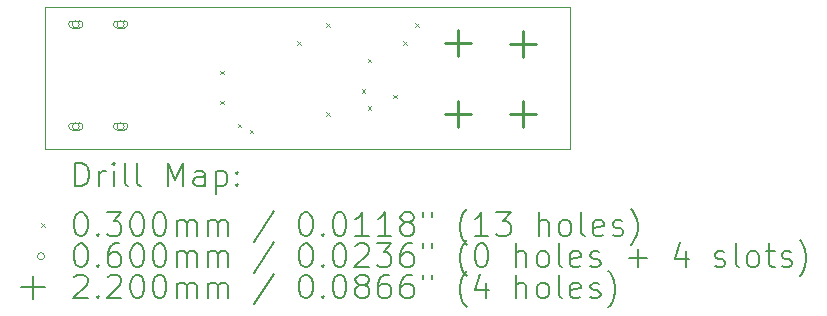
<source format=gbr>
%TF.GenerationSoftware,KiCad,Pcbnew,8.0.6*%
%TF.CreationDate,2025-04-05T03:11:44-05:00*%
%TF.ProjectId,battery protection board,62617474-6572-4792-9070-726f74656374,rev?*%
%TF.SameCoordinates,Original*%
%TF.FileFunction,Drillmap*%
%TF.FilePolarity,Positive*%
%FSLAX45Y45*%
G04 Gerber Fmt 4.5, Leading zero omitted, Abs format (unit mm)*
G04 Created by KiCad (PCBNEW 8.0.6) date 2025-04-05 03:11:44*
%MOMM*%
%LPD*%
G01*
G04 APERTURE LIST*
%ADD10C,0.050000*%
%ADD11C,0.200000*%
%ADD12C,0.100000*%
%ADD13C,0.220000*%
G04 APERTURE END LIST*
D10*
X13300000Y-8950000D02*
X17750000Y-8950000D01*
X17750000Y-10150000D01*
X13300000Y-10150000D01*
X13300000Y-8950000D01*
D11*
D12*
X14785000Y-9485000D02*
X14815000Y-9515000D01*
X14815000Y-9485000D02*
X14785000Y-9515000D01*
X14785000Y-9739000D02*
X14815000Y-9769000D01*
X14815000Y-9739000D02*
X14785000Y-9769000D01*
X14935000Y-9935000D02*
X14965000Y-9965000D01*
X14965000Y-9935000D02*
X14935000Y-9965000D01*
X15035000Y-9985000D02*
X15065000Y-10015000D01*
X15065000Y-9985000D02*
X15035000Y-10015000D01*
X15435000Y-9235000D02*
X15465000Y-9265000D01*
X15465000Y-9235000D02*
X15435000Y-9265000D01*
X15685000Y-9085000D02*
X15715000Y-9115000D01*
X15715000Y-9085000D02*
X15685000Y-9115000D01*
X15685000Y-9835000D02*
X15715000Y-9865000D01*
X15715000Y-9835000D02*
X15685000Y-9865000D01*
X15985000Y-9640000D02*
X16015000Y-9670000D01*
X16015000Y-9640000D02*
X15985000Y-9670000D01*
X16035000Y-9385000D02*
X16065000Y-9415000D01*
X16065000Y-9385000D02*
X16035000Y-9415000D01*
X16035000Y-9785000D02*
X16065000Y-9815000D01*
X16065000Y-9785000D02*
X16035000Y-9815000D01*
X16252250Y-9687500D02*
X16282250Y-9717500D01*
X16282250Y-9687500D02*
X16252250Y-9717500D01*
X16335000Y-9235000D02*
X16365000Y-9265000D01*
X16365000Y-9235000D02*
X16335000Y-9265000D01*
X16435000Y-9085000D02*
X16465000Y-9115000D01*
X16465000Y-9085000D02*
X16435000Y-9115000D01*
X13592000Y-9093000D02*
G75*
G02*
X13532000Y-9093000I-30000J0D01*
G01*
X13532000Y-9093000D02*
G75*
G02*
X13592000Y-9093000I30000J0D01*
G01*
X13592000Y-9063000D02*
X13532000Y-9063000D01*
X13532000Y-9123000D02*
G75*
G02*
X13532000Y-9063000I0J30000D01*
G01*
X13532000Y-9123000D02*
X13592000Y-9123000D01*
X13592000Y-9123000D02*
G75*
G03*
X13592000Y-9063000I0J30000D01*
G01*
X13592000Y-9957000D02*
G75*
G02*
X13532000Y-9957000I-30000J0D01*
G01*
X13532000Y-9957000D02*
G75*
G02*
X13592000Y-9957000I30000J0D01*
G01*
X13592000Y-9927000D02*
X13532000Y-9927000D01*
X13532000Y-9987000D02*
G75*
G02*
X13532000Y-9927000I0J30000D01*
G01*
X13532000Y-9987000D02*
X13592000Y-9987000D01*
X13592000Y-9987000D02*
G75*
G03*
X13592000Y-9927000I0J30000D01*
G01*
X13972000Y-9093000D02*
G75*
G02*
X13912000Y-9093000I-30000J0D01*
G01*
X13912000Y-9093000D02*
G75*
G02*
X13972000Y-9093000I30000J0D01*
G01*
X13972000Y-9063000D02*
X13912000Y-9063000D01*
X13912000Y-9123000D02*
G75*
G02*
X13912000Y-9063000I0J30000D01*
G01*
X13912000Y-9123000D02*
X13972000Y-9123000D01*
X13972000Y-9123000D02*
G75*
G03*
X13972000Y-9063000I0J30000D01*
G01*
X13972000Y-9957000D02*
G75*
G02*
X13912000Y-9957000I-30000J0D01*
G01*
X13912000Y-9957000D02*
G75*
G02*
X13972000Y-9957000I30000J0D01*
G01*
X13972000Y-9927000D02*
X13912000Y-9927000D01*
X13912000Y-9987000D02*
G75*
G02*
X13912000Y-9927000I0J30000D01*
G01*
X13912000Y-9987000D02*
X13972000Y-9987000D01*
X13972000Y-9987000D02*
G75*
G03*
X13972000Y-9927000I0J30000D01*
G01*
D13*
X16800000Y-9140000D02*
X16800000Y-9360000D01*
X16690000Y-9250000D02*
X16910000Y-9250000D01*
X16800000Y-9740000D02*
X16800000Y-9960000D01*
X16690000Y-9850000D02*
X16910000Y-9850000D01*
X17350000Y-9145000D02*
X17350000Y-9365000D01*
X17240000Y-9255000D02*
X17460000Y-9255000D01*
X17350000Y-9740000D02*
X17350000Y-9960000D01*
X17240000Y-9850000D02*
X17460000Y-9850000D01*
D11*
X13558277Y-10463984D02*
X13558277Y-10263984D01*
X13558277Y-10263984D02*
X13605896Y-10263984D01*
X13605896Y-10263984D02*
X13634467Y-10273508D01*
X13634467Y-10273508D02*
X13653515Y-10292555D01*
X13653515Y-10292555D02*
X13663039Y-10311603D01*
X13663039Y-10311603D02*
X13672562Y-10349698D01*
X13672562Y-10349698D02*
X13672562Y-10378270D01*
X13672562Y-10378270D02*
X13663039Y-10416365D01*
X13663039Y-10416365D02*
X13653515Y-10435412D01*
X13653515Y-10435412D02*
X13634467Y-10454460D01*
X13634467Y-10454460D02*
X13605896Y-10463984D01*
X13605896Y-10463984D02*
X13558277Y-10463984D01*
X13758277Y-10463984D02*
X13758277Y-10330650D01*
X13758277Y-10368746D02*
X13767801Y-10349698D01*
X13767801Y-10349698D02*
X13777324Y-10340174D01*
X13777324Y-10340174D02*
X13796372Y-10330650D01*
X13796372Y-10330650D02*
X13815420Y-10330650D01*
X13882086Y-10463984D02*
X13882086Y-10330650D01*
X13882086Y-10263984D02*
X13872562Y-10273508D01*
X13872562Y-10273508D02*
X13882086Y-10283031D01*
X13882086Y-10283031D02*
X13891610Y-10273508D01*
X13891610Y-10273508D02*
X13882086Y-10263984D01*
X13882086Y-10263984D02*
X13882086Y-10283031D01*
X14005896Y-10463984D02*
X13986848Y-10454460D01*
X13986848Y-10454460D02*
X13977324Y-10435412D01*
X13977324Y-10435412D02*
X13977324Y-10263984D01*
X14110658Y-10463984D02*
X14091610Y-10454460D01*
X14091610Y-10454460D02*
X14082086Y-10435412D01*
X14082086Y-10435412D02*
X14082086Y-10263984D01*
X14339229Y-10463984D02*
X14339229Y-10263984D01*
X14339229Y-10263984D02*
X14405896Y-10406841D01*
X14405896Y-10406841D02*
X14472562Y-10263984D01*
X14472562Y-10263984D02*
X14472562Y-10463984D01*
X14653515Y-10463984D02*
X14653515Y-10359222D01*
X14653515Y-10359222D02*
X14643991Y-10340174D01*
X14643991Y-10340174D02*
X14624943Y-10330650D01*
X14624943Y-10330650D02*
X14586848Y-10330650D01*
X14586848Y-10330650D02*
X14567801Y-10340174D01*
X14653515Y-10454460D02*
X14634467Y-10463984D01*
X14634467Y-10463984D02*
X14586848Y-10463984D01*
X14586848Y-10463984D02*
X14567801Y-10454460D01*
X14567801Y-10454460D02*
X14558277Y-10435412D01*
X14558277Y-10435412D02*
X14558277Y-10416365D01*
X14558277Y-10416365D02*
X14567801Y-10397317D01*
X14567801Y-10397317D02*
X14586848Y-10387793D01*
X14586848Y-10387793D02*
X14634467Y-10387793D01*
X14634467Y-10387793D02*
X14653515Y-10378270D01*
X14748753Y-10330650D02*
X14748753Y-10530650D01*
X14748753Y-10340174D02*
X14767801Y-10330650D01*
X14767801Y-10330650D02*
X14805896Y-10330650D01*
X14805896Y-10330650D02*
X14824943Y-10340174D01*
X14824943Y-10340174D02*
X14834467Y-10349698D01*
X14834467Y-10349698D02*
X14843991Y-10368746D01*
X14843991Y-10368746D02*
X14843991Y-10425889D01*
X14843991Y-10425889D02*
X14834467Y-10444936D01*
X14834467Y-10444936D02*
X14824943Y-10454460D01*
X14824943Y-10454460D02*
X14805896Y-10463984D01*
X14805896Y-10463984D02*
X14767801Y-10463984D01*
X14767801Y-10463984D02*
X14748753Y-10454460D01*
X14929705Y-10444936D02*
X14939229Y-10454460D01*
X14939229Y-10454460D02*
X14929705Y-10463984D01*
X14929705Y-10463984D02*
X14920182Y-10454460D01*
X14920182Y-10454460D02*
X14929705Y-10444936D01*
X14929705Y-10444936D02*
X14929705Y-10463984D01*
X14929705Y-10340174D02*
X14939229Y-10349698D01*
X14939229Y-10349698D02*
X14929705Y-10359222D01*
X14929705Y-10359222D02*
X14920182Y-10349698D01*
X14920182Y-10349698D02*
X14929705Y-10340174D01*
X14929705Y-10340174D02*
X14929705Y-10359222D01*
D12*
X13267500Y-10777500D02*
X13297500Y-10807500D01*
X13297500Y-10777500D02*
X13267500Y-10807500D01*
D11*
X13596372Y-10683984D02*
X13615420Y-10683984D01*
X13615420Y-10683984D02*
X13634467Y-10693508D01*
X13634467Y-10693508D02*
X13643991Y-10703031D01*
X13643991Y-10703031D02*
X13653515Y-10722079D01*
X13653515Y-10722079D02*
X13663039Y-10760174D01*
X13663039Y-10760174D02*
X13663039Y-10807793D01*
X13663039Y-10807793D02*
X13653515Y-10845889D01*
X13653515Y-10845889D02*
X13643991Y-10864936D01*
X13643991Y-10864936D02*
X13634467Y-10874460D01*
X13634467Y-10874460D02*
X13615420Y-10883984D01*
X13615420Y-10883984D02*
X13596372Y-10883984D01*
X13596372Y-10883984D02*
X13577324Y-10874460D01*
X13577324Y-10874460D02*
X13567801Y-10864936D01*
X13567801Y-10864936D02*
X13558277Y-10845889D01*
X13558277Y-10845889D02*
X13548753Y-10807793D01*
X13548753Y-10807793D02*
X13548753Y-10760174D01*
X13548753Y-10760174D02*
X13558277Y-10722079D01*
X13558277Y-10722079D02*
X13567801Y-10703031D01*
X13567801Y-10703031D02*
X13577324Y-10693508D01*
X13577324Y-10693508D02*
X13596372Y-10683984D01*
X13748753Y-10864936D02*
X13758277Y-10874460D01*
X13758277Y-10874460D02*
X13748753Y-10883984D01*
X13748753Y-10883984D02*
X13739229Y-10874460D01*
X13739229Y-10874460D02*
X13748753Y-10864936D01*
X13748753Y-10864936D02*
X13748753Y-10883984D01*
X13824943Y-10683984D02*
X13948753Y-10683984D01*
X13948753Y-10683984D02*
X13882086Y-10760174D01*
X13882086Y-10760174D02*
X13910658Y-10760174D01*
X13910658Y-10760174D02*
X13929705Y-10769698D01*
X13929705Y-10769698D02*
X13939229Y-10779222D01*
X13939229Y-10779222D02*
X13948753Y-10798270D01*
X13948753Y-10798270D02*
X13948753Y-10845889D01*
X13948753Y-10845889D02*
X13939229Y-10864936D01*
X13939229Y-10864936D02*
X13929705Y-10874460D01*
X13929705Y-10874460D02*
X13910658Y-10883984D01*
X13910658Y-10883984D02*
X13853515Y-10883984D01*
X13853515Y-10883984D02*
X13834467Y-10874460D01*
X13834467Y-10874460D02*
X13824943Y-10864936D01*
X14072562Y-10683984D02*
X14091610Y-10683984D01*
X14091610Y-10683984D02*
X14110658Y-10693508D01*
X14110658Y-10693508D02*
X14120182Y-10703031D01*
X14120182Y-10703031D02*
X14129705Y-10722079D01*
X14129705Y-10722079D02*
X14139229Y-10760174D01*
X14139229Y-10760174D02*
X14139229Y-10807793D01*
X14139229Y-10807793D02*
X14129705Y-10845889D01*
X14129705Y-10845889D02*
X14120182Y-10864936D01*
X14120182Y-10864936D02*
X14110658Y-10874460D01*
X14110658Y-10874460D02*
X14091610Y-10883984D01*
X14091610Y-10883984D02*
X14072562Y-10883984D01*
X14072562Y-10883984D02*
X14053515Y-10874460D01*
X14053515Y-10874460D02*
X14043991Y-10864936D01*
X14043991Y-10864936D02*
X14034467Y-10845889D01*
X14034467Y-10845889D02*
X14024943Y-10807793D01*
X14024943Y-10807793D02*
X14024943Y-10760174D01*
X14024943Y-10760174D02*
X14034467Y-10722079D01*
X14034467Y-10722079D02*
X14043991Y-10703031D01*
X14043991Y-10703031D02*
X14053515Y-10693508D01*
X14053515Y-10693508D02*
X14072562Y-10683984D01*
X14263039Y-10683984D02*
X14282086Y-10683984D01*
X14282086Y-10683984D02*
X14301134Y-10693508D01*
X14301134Y-10693508D02*
X14310658Y-10703031D01*
X14310658Y-10703031D02*
X14320182Y-10722079D01*
X14320182Y-10722079D02*
X14329705Y-10760174D01*
X14329705Y-10760174D02*
X14329705Y-10807793D01*
X14329705Y-10807793D02*
X14320182Y-10845889D01*
X14320182Y-10845889D02*
X14310658Y-10864936D01*
X14310658Y-10864936D02*
X14301134Y-10874460D01*
X14301134Y-10874460D02*
X14282086Y-10883984D01*
X14282086Y-10883984D02*
X14263039Y-10883984D01*
X14263039Y-10883984D02*
X14243991Y-10874460D01*
X14243991Y-10874460D02*
X14234467Y-10864936D01*
X14234467Y-10864936D02*
X14224943Y-10845889D01*
X14224943Y-10845889D02*
X14215420Y-10807793D01*
X14215420Y-10807793D02*
X14215420Y-10760174D01*
X14215420Y-10760174D02*
X14224943Y-10722079D01*
X14224943Y-10722079D02*
X14234467Y-10703031D01*
X14234467Y-10703031D02*
X14243991Y-10693508D01*
X14243991Y-10693508D02*
X14263039Y-10683984D01*
X14415420Y-10883984D02*
X14415420Y-10750650D01*
X14415420Y-10769698D02*
X14424943Y-10760174D01*
X14424943Y-10760174D02*
X14443991Y-10750650D01*
X14443991Y-10750650D02*
X14472563Y-10750650D01*
X14472563Y-10750650D02*
X14491610Y-10760174D01*
X14491610Y-10760174D02*
X14501134Y-10779222D01*
X14501134Y-10779222D02*
X14501134Y-10883984D01*
X14501134Y-10779222D02*
X14510658Y-10760174D01*
X14510658Y-10760174D02*
X14529705Y-10750650D01*
X14529705Y-10750650D02*
X14558277Y-10750650D01*
X14558277Y-10750650D02*
X14577324Y-10760174D01*
X14577324Y-10760174D02*
X14586848Y-10779222D01*
X14586848Y-10779222D02*
X14586848Y-10883984D01*
X14682086Y-10883984D02*
X14682086Y-10750650D01*
X14682086Y-10769698D02*
X14691610Y-10760174D01*
X14691610Y-10760174D02*
X14710658Y-10750650D01*
X14710658Y-10750650D02*
X14739229Y-10750650D01*
X14739229Y-10750650D02*
X14758277Y-10760174D01*
X14758277Y-10760174D02*
X14767801Y-10779222D01*
X14767801Y-10779222D02*
X14767801Y-10883984D01*
X14767801Y-10779222D02*
X14777324Y-10760174D01*
X14777324Y-10760174D02*
X14796372Y-10750650D01*
X14796372Y-10750650D02*
X14824943Y-10750650D01*
X14824943Y-10750650D02*
X14843991Y-10760174D01*
X14843991Y-10760174D02*
X14853515Y-10779222D01*
X14853515Y-10779222D02*
X14853515Y-10883984D01*
X15243991Y-10674460D02*
X15072563Y-10931603D01*
X15501134Y-10683984D02*
X15520182Y-10683984D01*
X15520182Y-10683984D02*
X15539229Y-10693508D01*
X15539229Y-10693508D02*
X15548753Y-10703031D01*
X15548753Y-10703031D02*
X15558277Y-10722079D01*
X15558277Y-10722079D02*
X15567801Y-10760174D01*
X15567801Y-10760174D02*
X15567801Y-10807793D01*
X15567801Y-10807793D02*
X15558277Y-10845889D01*
X15558277Y-10845889D02*
X15548753Y-10864936D01*
X15548753Y-10864936D02*
X15539229Y-10874460D01*
X15539229Y-10874460D02*
X15520182Y-10883984D01*
X15520182Y-10883984D02*
X15501134Y-10883984D01*
X15501134Y-10883984D02*
X15482086Y-10874460D01*
X15482086Y-10874460D02*
X15472563Y-10864936D01*
X15472563Y-10864936D02*
X15463039Y-10845889D01*
X15463039Y-10845889D02*
X15453515Y-10807793D01*
X15453515Y-10807793D02*
X15453515Y-10760174D01*
X15453515Y-10760174D02*
X15463039Y-10722079D01*
X15463039Y-10722079D02*
X15472563Y-10703031D01*
X15472563Y-10703031D02*
X15482086Y-10693508D01*
X15482086Y-10693508D02*
X15501134Y-10683984D01*
X15653515Y-10864936D02*
X15663039Y-10874460D01*
X15663039Y-10874460D02*
X15653515Y-10883984D01*
X15653515Y-10883984D02*
X15643991Y-10874460D01*
X15643991Y-10874460D02*
X15653515Y-10864936D01*
X15653515Y-10864936D02*
X15653515Y-10883984D01*
X15786848Y-10683984D02*
X15805896Y-10683984D01*
X15805896Y-10683984D02*
X15824944Y-10693508D01*
X15824944Y-10693508D02*
X15834467Y-10703031D01*
X15834467Y-10703031D02*
X15843991Y-10722079D01*
X15843991Y-10722079D02*
X15853515Y-10760174D01*
X15853515Y-10760174D02*
X15853515Y-10807793D01*
X15853515Y-10807793D02*
X15843991Y-10845889D01*
X15843991Y-10845889D02*
X15834467Y-10864936D01*
X15834467Y-10864936D02*
X15824944Y-10874460D01*
X15824944Y-10874460D02*
X15805896Y-10883984D01*
X15805896Y-10883984D02*
X15786848Y-10883984D01*
X15786848Y-10883984D02*
X15767801Y-10874460D01*
X15767801Y-10874460D02*
X15758277Y-10864936D01*
X15758277Y-10864936D02*
X15748753Y-10845889D01*
X15748753Y-10845889D02*
X15739229Y-10807793D01*
X15739229Y-10807793D02*
X15739229Y-10760174D01*
X15739229Y-10760174D02*
X15748753Y-10722079D01*
X15748753Y-10722079D02*
X15758277Y-10703031D01*
X15758277Y-10703031D02*
X15767801Y-10693508D01*
X15767801Y-10693508D02*
X15786848Y-10683984D01*
X16043991Y-10883984D02*
X15929706Y-10883984D01*
X15986848Y-10883984D02*
X15986848Y-10683984D01*
X15986848Y-10683984D02*
X15967801Y-10712555D01*
X15967801Y-10712555D02*
X15948753Y-10731603D01*
X15948753Y-10731603D02*
X15929706Y-10741127D01*
X16234467Y-10883984D02*
X16120182Y-10883984D01*
X16177325Y-10883984D02*
X16177325Y-10683984D01*
X16177325Y-10683984D02*
X16158277Y-10712555D01*
X16158277Y-10712555D02*
X16139229Y-10731603D01*
X16139229Y-10731603D02*
X16120182Y-10741127D01*
X16348753Y-10769698D02*
X16329706Y-10760174D01*
X16329706Y-10760174D02*
X16320182Y-10750650D01*
X16320182Y-10750650D02*
X16310658Y-10731603D01*
X16310658Y-10731603D02*
X16310658Y-10722079D01*
X16310658Y-10722079D02*
X16320182Y-10703031D01*
X16320182Y-10703031D02*
X16329706Y-10693508D01*
X16329706Y-10693508D02*
X16348753Y-10683984D01*
X16348753Y-10683984D02*
X16386848Y-10683984D01*
X16386848Y-10683984D02*
X16405896Y-10693508D01*
X16405896Y-10693508D02*
X16415420Y-10703031D01*
X16415420Y-10703031D02*
X16424944Y-10722079D01*
X16424944Y-10722079D02*
X16424944Y-10731603D01*
X16424944Y-10731603D02*
X16415420Y-10750650D01*
X16415420Y-10750650D02*
X16405896Y-10760174D01*
X16405896Y-10760174D02*
X16386848Y-10769698D01*
X16386848Y-10769698D02*
X16348753Y-10769698D01*
X16348753Y-10769698D02*
X16329706Y-10779222D01*
X16329706Y-10779222D02*
X16320182Y-10788746D01*
X16320182Y-10788746D02*
X16310658Y-10807793D01*
X16310658Y-10807793D02*
X16310658Y-10845889D01*
X16310658Y-10845889D02*
X16320182Y-10864936D01*
X16320182Y-10864936D02*
X16329706Y-10874460D01*
X16329706Y-10874460D02*
X16348753Y-10883984D01*
X16348753Y-10883984D02*
X16386848Y-10883984D01*
X16386848Y-10883984D02*
X16405896Y-10874460D01*
X16405896Y-10874460D02*
X16415420Y-10864936D01*
X16415420Y-10864936D02*
X16424944Y-10845889D01*
X16424944Y-10845889D02*
X16424944Y-10807793D01*
X16424944Y-10807793D02*
X16415420Y-10788746D01*
X16415420Y-10788746D02*
X16405896Y-10779222D01*
X16405896Y-10779222D02*
X16386848Y-10769698D01*
X16501134Y-10683984D02*
X16501134Y-10722079D01*
X16577325Y-10683984D02*
X16577325Y-10722079D01*
X16872563Y-10960174D02*
X16863039Y-10950650D01*
X16863039Y-10950650D02*
X16843991Y-10922079D01*
X16843991Y-10922079D02*
X16834468Y-10903031D01*
X16834468Y-10903031D02*
X16824944Y-10874460D01*
X16824944Y-10874460D02*
X16815420Y-10826841D01*
X16815420Y-10826841D02*
X16815420Y-10788746D01*
X16815420Y-10788746D02*
X16824944Y-10741127D01*
X16824944Y-10741127D02*
X16834468Y-10712555D01*
X16834468Y-10712555D02*
X16843991Y-10693508D01*
X16843991Y-10693508D02*
X16863039Y-10664936D01*
X16863039Y-10664936D02*
X16872563Y-10655412D01*
X17053515Y-10883984D02*
X16939230Y-10883984D01*
X16996372Y-10883984D02*
X16996372Y-10683984D01*
X16996372Y-10683984D02*
X16977325Y-10712555D01*
X16977325Y-10712555D02*
X16958277Y-10731603D01*
X16958277Y-10731603D02*
X16939230Y-10741127D01*
X17120182Y-10683984D02*
X17243991Y-10683984D01*
X17243991Y-10683984D02*
X17177325Y-10760174D01*
X17177325Y-10760174D02*
X17205896Y-10760174D01*
X17205896Y-10760174D02*
X17224944Y-10769698D01*
X17224944Y-10769698D02*
X17234468Y-10779222D01*
X17234468Y-10779222D02*
X17243991Y-10798270D01*
X17243991Y-10798270D02*
X17243991Y-10845889D01*
X17243991Y-10845889D02*
X17234468Y-10864936D01*
X17234468Y-10864936D02*
X17224944Y-10874460D01*
X17224944Y-10874460D02*
X17205896Y-10883984D01*
X17205896Y-10883984D02*
X17148753Y-10883984D01*
X17148753Y-10883984D02*
X17129706Y-10874460D01*
X17129706Y-10874460D02*
X17120182Y-10864936D01*
X17482087Y-10883984D02*
X17482087Y-10683984D01*
X17567801Y-10883984D02*
X17567801Y-10779222D01*
X17567801Y-10779222D02*
X17558277Y-10760174D01*
X17558277Y-10760174D02*
X17539230Y-10750650D01*
X17539230Y-10750650D02*
X17510658Y-10750650D01*
X17510658Y-10750650D02*
X17491611Y-10760174D01*
X17491611Y-10760174D02*
X17482087Y-10769698D01*
X17691611Y-10883984D02*
X17672563Y-10874460D01*
X17672563Y-10874460D02*
X17663039Y-10864936D01*
X17663039Y-10864936D02*
X17653515Y-10845889D01*
X17653515Y-10845889D02*
X17653515Y-10788746D01*
X17653515Y-10788746D02*
X17663039Y-10769698D01*
X17663039Y-10769698D02*
X17672563Y-10760174D01*
X17672563Y-10760174D02*
X17691611Y-10750650D01*
X17691611Y-10750650D02*
X17720182Y-10750650D01*
X17720182Y-10750650D02*
X17739230Y-10760174D01*
X17739230Y-10760174D02*
X17748753Y-10769698D01*
X17748753Y-10769698D02*
X17758277Y-10788746D01*
X17758277Y-10788746D02*
X17758277Y-10845889D01*
X17758277Y-10845889D02*
X17748753Y-10864936D01*
X17748753Y-10864936D02*
X17739230Y-10874460D01*
X17739230Y-10874460D02*
X17720182Y-10883984D01*
X17720182Y-10883984D02*
X17691611Y-10883984D01*
X17872563Y-10883984D02*
X17853515Y-10874460D01*
X17853515Y-10874460D02*
X17843992Y-10855412D01*
X17843992Y-10855412D02*
X17843992Y-10683984D01*
X18024944Y-10874460D02*
X18005896Y-10883984D01*
X18005896Y-10883984D02*
X17967801Y-10883984D01*
X17967801Y-10883984D02*
X17948753Y-10874460D01*
X17948753Y-10874460D02*
X17939230Y-10855412D01*
X17939230Y-10855412D02*
X17939230Y-10779222D01*
X17939230Y-10779222D02*
X17948753Y-10760174D01*
X17948753Y-10760174D02*
X17967801Y-10750650D01*
X17967801Y-10750650D02*
X18005896Y-10750650D01*
X18005896Y-10750650D02*
X18024944Y-10760174D01*
X18024944Y-10760174D02*
X18034468Y-10779222D01*
X18034468Y-10779222D02*
X18034468Y-10798270D01*
X18034468Y-10798270D02*
X17939230Y-10817317D01*
X18110658Y-10874460D02*
X18129706Y-10883984D01*
X18129706Y-10883984D02*
X18167801Y-10883984D01*
X18167801Y-10883984D02*
X18186849Y-10874460D01*
X18186849Y-10874460D02*
X18196373Y-10855412D01*
X18196373Y-10855412D02*
X18196373Y-10845889D01*
X18196373Y-10845889D02*
X18186849Y-10826841D01*
X18186849Y-10826841D02*
X18167801Y-10817317D01*
X18167801Y-10817317D02*
X18139230Y-10817317D01*
X18139230Y-10817317D02*
X18120182Y-10807793D01*
X18120182Y-10807793D02*
X18110658Y-10788746D01*
X18110658Y-10788746D02*
X18110658Y-10779222D01*
X18110658Y-10779222D02*
X18120182Y-10760174D01*
X18120182Y-10760174D02*
X18139230Y-10750650D01*
X18139230Y-10750650D02*
X18167801Y-10750650D01*
X18167801Y-10750650D02*
X18186849Y-10760174D01*
X18263039Y-10960174D02*
X18272563Y-10950650D01*
X18272563Y-10950650D02*
X18291611Y-10922079D01*
X18291611Y-10922079D02*
X18301134Y-10903031D01*
X18301134Y-10903031D02*
X18310658Y-10874460D01*
X18310658Y-10874460D02*
X18320182Y-10826841D01*
X18320182Y-10826841D02*
X18320182Y-10788746D01*
X18320182Y-10788746D02*
X18310658Y-10741127D01*
X18310658Y-10741127D02*
X18301134Y-10712555D01*
X18301134Y-10712555D02*
X18291611Y-10693508D01*
X18291611Y-10693508D02*
X18272563Y-10664936D01*
X18272563Y-10664936D02*
X18263039Y-10655412D01*
D12*
X13297500Y-11056500D02*
G75*
G02*
X13237500Y-11056500I-30000J0D01*
G01*
X13237500Y-11056500D02*
G75*
G02*
X13297500Y-11056500I30000J0D01*
G01*
D11*
X13596372Y-10947984D02*
X13615420Y-10947984D01*
X13615420Y-10947984D02*
X13634467Y-10957508D01*
X13634467Y-10957508D02*
X13643991Y-10967031D01*
X13643991Y-10967031D02*
X13653515Y-10986079D01*
X13653515Y-10986079D02*
X13663039Y-11024174D01*
X13663039Y-11024174D02*
X13663039Y-11071793D01*
X13663039Y-11071793D02*
X13653515Y-11109889D01*
X13653515Y-11109889D02*
X13643991Y-11128936D01*
X13643991Y-11128936D02*
X13634467Y-11138460D01*
X13634467Y-11138460D02*
X13615420Y-11147984D01*
X13615420Y-11147984D02*
X13596372Y-11147984D01*
X13596372Y-11147984D02*
X13577324Y-11138460D01*
X13577324Y-11138460D02*
X13567801Y-11128936D01*
X13567801Y-11128936D02*
X13558277Y-11109889D01*
X13558277Y-11109889D02*
X13548753Y-11071793D01*
X13548753Y-11071793D02*
X13548753Y-11024174D01*
X13548753Y-11024174D02*
X13558277Y-10986079D01*
X13558277Y-10986079D02*
X13567801Y-10967031D01*
X13567801Y-10967031D02*
X13577324Y-10957508D01*
X13577324Y-10957508D02*
X13596372Y-10947984D01*
X13748753Y-11128936D02*
X13758277Y-11138460D01*
X13758277Y-11138460D02*
X13748753Y-11147984D01*
X13748753Y-11147984D02*
X13739229Y-11138460D01*
X13739229Y-11138460D02*
X13748753Y-11128936D01*
X13748753Y-11128936D02*
X13748753Y-11147984D01*
X13929705Y-10947984D02*
X13891610Y-10947984D01*
X13891610Y-10947984D02*
X13872562Y-10957508D01*
X13872562Y-10957508D02*
X13863039Y-10967031D01*
X13863039Y-10967031D02*
X13843991Y-10995603D01*
X13843991Y-10995603D02*
X13834467Y-11033698D01*
X13834467Y-11033698D02*
X13834467Y-11109889D01*
X13834467Y-11109889D02*
X13843991Y-11128936D01*
X13843991Y-11128936D02*
X13853515Y-11138460D01*
X13853515Y-11138460D02*
X13872562Y-11147984D01*
X13872562Y-11147984D02*
X13910658Y-11147984D01*
X13910658Y-11147984D02*
X13929705Y-11138460D01*
X13929705Y-11138460D02*
X13939229Y-11128936D01*
X13939229Y-11128936D02*
X13948753Y-11109889D01*
X13948753Y-11109889D02*
X13948753Y-11062270D01*
X13948753Y-11062270D02*
X13939229Y-11043222D01*
X13939229Y-11043222D02*
X13929705Y-11033698D01*
X13929705Y-11033698D02*
X13910658Y-11024174D01*
X13910658Y-11024174D02*
X13872562Y-11024174D01*
X13872562Y-11024174D02*
X13853515Y-11033698D01*
X13853515Y-11033698D02*
X13843991Y-11043222D01*
X13843991Y-11043222D02*
X13834467Y-11062270D01*
X14072562Y-10947984D02*
X14091610Y-10947984D01*
X14091610Y-10947984D02*
X14110658Y-10957508D01*
X14110658Y-10957508D02*
X14120182Y-10967031D01*
X14120182Y-10967031D02*
X14129705Y-10986079D01*
X14129705Y-10986079D02*
X14139229Y-11024174D01*
X14139229Y-11024174D02*
X14139229Y-11071793D01*
X14139229Y-11071793D02*
X14129705Y-11109889D01*
X14129705Y-11109889D02*
X14120182Y-11128936D01*
X14120182Y-11128936D02*
X14110658Y-11138460D01*
X14110658Y-11138460D02*
X14091610Y-11147984D01*
X14091610Y-11147984D02*
X14072562Y-11147984D01*
X14072562Y-11147984D02*
X14053515Y-11138460D01*
X14053515Y-11138460D02*
X14043991Y-11128936D01*
X14043991Y-11128936D02*
X14034467Y-11109889D01*
X14034467Y-11109889D02*
X14024943Y-11071793D01*
X14024943Y-11071793D02*
X14024943Y-11024174D01*
X14024943Y-11024174D02*
X14034467Y-10986079D01*
X14034467Y-10986079D02*
X14043991Y-10967031D01*
X14043991Y-10967031D02*
X14053515Y-10957508D01*
X14053515Y-10957508D02*
X14072562Y-10947984D01*
X14263039Y-10947984D02*
X14282086Y-10947984D01*
X14282086Y-10947984D02*
X14301134Y-10957508D01*
X14301134Y-10957508D02*
X14310658Y-10967031D01*
X14310658Y-10967031D02*
X14320182Y-10986079D01*
X14320182Y-10986079D02*
X14329705Y-11024174D01*
X14329705Y-11024174D02*
X14329705Y-11071793D01*
X14329705Y-11071793D02*
X14320182Y-11109889D01*
X14320182Y-11109889D02*
X14310658Y-11128936D01*
X14310658Y-11128936D02*
X14301134Y-11138460D01*
X14301134Y-11138460D02*
X14282086Y-11147984D01*
X14282086Y-11147984D02*
X14263039Y-11147984D01*
X14263039Y-11147984D02*
X14243991Y-11138460D01*
X14243991Y-11138460D02*
X14234467Y-11128936D01*
X14234467Y-11128936D02*
X14224943Y-11109889D01*
X14224943Y-11109889D02*
X14215420Y-11071793D01*
X14215420Y-11071793D02*
X14215420Y-11024174D01*
X14215420Y-11024174D02*
X14224943Y-10986079D01*
X14224943Y-10986079D02*
X14234467Y-10967031D01*
X14234467Y-10967031D02*
X14243991Y-10957508D01*
X14243991Y-10957508D02*
X14263039Y-10947984D01*
X14415420Y-11147984D02*
X14415420Y-11014650D01*
X14415420Y-11033698D02*
X14424943Y-11024174D01*
X14424943Y-11024174D02*
X14443991Y-11014650D01*
X14443991Y-11014650D02*
X14472563Y-11014650D01*
X14472563Y-11014650D02*
X14491610Y-11024174D01*
X14491610Y-11024174D02*
X14501134Y-11043222D01*
X14501134Y-11043222D02*
X14501134Y-11147984D01*
X14501134Y-11043222D02*
X14510658Y-11024174D01*
X14510658Y-11024174D02*
X14529705Y-11014650D01*
X14529705Y-11014650D02*
X14558277Y-11014650D01*
X14558277Y-11014650D02*
X14577324Y-11024174D01*
X14577324Y-11024174D02*
X14586848Y-11043222D01*
X14586848Y-11043222D02*
X14586848Y-11147984D01*
X14682086Y-11147984D02*
X14682086Y-11014650D01*
X14682086Y-11033698D02*
X14691610Y-11024174D01*
X14691610Y-11024174D02*
X14710658Y-11014650D01*
X14710658Y-11014650D02*
X14739229Y-11014650D01*
X14739229Y-11014650D02*
X14758277Y-11024174D01*
X14758277Y-11024174D02*
X14767801Y-11043222D01*
X14767801Y-11043222D02*
X14767801Y-11147984D01*
X14767801Y-11043222D02*
X14777324Y-11024174D01*
X14777324Y-11024174D02*
X14796372Y-11014650D01*
X14796372Y-11014650D02*
X14824943Y-11014650D01*
X14824943Y-11014650D02*
X14843991Y-11024174D01*
X14843991Y-11024174D02*
X14853515Y-11043222D01*
X14853515Y-11043222D02*
X14853515Y-11147984D01*
X15243991Y-10938460D02*
X15072563Y-11195603D01*
X15501134Y-10947984D02*
X15520182Y-10947984D01*
X15520182Y-10947984D02*
X15539229Y-10957508D01*
X15539229Y-10957508D02*
X15548753Y-10967031D01*
X15548753Y-10967031D02*
X15558277Y-10986079D01*
X15558277Y-10986079D02*
X15567801Y-11024174D01*
X15567801Y-11024174D02*
X15567801Y-11071793D01*
X15567801Y-11071793D02*
X15558277Y-11109889D01*
X15558277Y-11109889D02*
X15548753Y-11128936D01*
X15548753Y-11128936D02*
X15539229Y-11138460D01*
X15539229Y-11138460D02*
X15520182Y-11147984D01*
X15520182Y-11147984D02*
X15501134Y-11147984D01*
X15501134Y-11147984D02*
X15482086Y-11138460D01*
X15482086Y-11138460D02*
X15472563Y-11128936D01*
X15472563Y-11128936D02*
X15463039Y-11109889D01*
X15463039Y-11109889D02*
X15453515Y-11071793D01*
X15453515Y-11071793D02*
X15453515Y-11024174D01*
X15453515Y-11024174D02*
X15463039Y-10986079D01*
X15463039Y-10986079D02*
X15472563Y-10967031D01*
X15472563Y-10967031D02*
X15482086Y-10957508D01*
X15482086Y-10957508D02*
X15501134Y-10947984D01*
X15653515Y-11128936D02*
X15663039Y-11138460D01*
X15663039Y-11138460D02*
X15653515Y-11147984D01*
X15653515Y-11147984D02*
X15643991Y-11138460D01*
X15643991Y-11138460D02*
X15653515Y-11128936D01*
X15653515Y-11128936D02*
X15653515Y-11147984D01*
X15786848Y-10947984D02*
X15805896Y-10947984D01*
X15805896Y-10947984D02*
X15824944Y-10957508D01*
X15824944Y-10957508D02*
X15834467Y-10967031D01*
X15834467Y-10967031D02*
X15843991Y-10986079D01*
X15843991Y-10986079D02*
X15853515Y-11024174D01*
X15853515Y-11024174D02*
X15853515Y-11071793D01*
X15853515Y-11071793D02*
X15843991Y-11109889D01*
X15843991Y-11109889D02*
X15834467Y-11128936D01*
X15834467Y-11128936D02*
X15824944Y-11138460D01*
X15824944Y-11138460D02*
X15805896Y-11147984D01*
X15805896Y-11147984D02*
X15786848Y-11147984D01*
X15786848Y-11147984D02*
X15767801Y-11138460D01*
X15767801Y-11138460D02*
X15758277Y-11128936D01*
X15758277Y-11128936D02*
X15748753Y-11109889D01*
X15748753Y-11109889D02*
X15739229Y-11071793D01*
X15739229Y-11071793D02*
X15739229Y-11024174D01*
X15739229Y-11024174D02*
X15748753Y-10986079D01*
X15748753Y-10986079D02*
X15758277Y-10967031D01*
X15758277Y-10967031D02*
X15767801Y-10957508D01*
X15767801Y-10957508D02*
X15786848Y-10947984D01*
X15929706Y-10967031D02*
X15939229Y-10957508D01*
X15939229Y-10957508D02*
X15958277Y-10947984D01*
X15958277Y-10947984D02*
X16005896Y-10947984D01*
X16005896Y-10947984D02*
X16024944Y-10957508D01*
X16024944Y-10957508D02*
X16034467Y-10967031D01*
X16034467Y-10967031D02*
X16043991Y-10986079D01*
X16043991Y-10986079D02*
X16043991Y-11005127D01*
X16043991Y-11005127D02*
X16034467Y-11033698D01*
X16034467Y-11033698D02*
X15920182Y-11147984D01*
X15920182Y-11147984D02*
X16043991Y-11147984D01*
X16110658Y-10947984D02*
X16234467Y-10947984D01*
X16234467Y-10947984D02*
X16167801Y-11024174D01*
X16167801Y-11024174D02*
X16196372Y-11024174D01*
X16196372Y-11024174D02*
X16215420Y-11033698D01*
X16215420Y-11033698D02*
X16224944Y-11043222D01*
X16224944Y-11043222D02*
X16234467Y-11062270D01*
X16234467Y-11062270D02*
X16234467Y-11109889D01*
X16234467Y-11109889D02*
X16224944Y-11128936D01*
X16224944Y-11128936D02*
X16215420Y-11138460D01*
X16215420Y-11138460D02*
X16196372Y-11147984D01*
X16196372Y-11147984D02*
X16139229Y-11147984D01*
X16139229Y-11147984D02*
X16120182Y-11138460D01*
X16120182Y-11138460D02*
X16110658Y-11128936D01*
X16405896Y-10947984D02*
X16367801Y-10947984D01*
X16367801Y-10947984D02*
X16348753Y-10957508D01*
X16348753Y-10957508D02*
X16339229Y-10967031D01*
X16339229Y-10967031D02*
X16320182Y-10995603D01*
X16320182Y-10995603D02*
X16310658Y-11033698D01*
X16310658Y-11033698D02*
X16310658Y-11109889D01*
X16310658Y-11109889D02*
X16320182Y-11128936D01*
X16320182Y-11128936D02*
X16329706Y-11138460D01*
X16329706Y-11138460D02*
X16348753Y-11147984D01*
X16348753Y-11147984D02*
X16386848Y-11147984D01*
X16386848Y-11147984D02*
X16405896Y-11138460D01*
X16405896Y-11138460D02*
X16415420Y-11128936D01*
X16415420Y-11128936D02*
X16424944Y-11109889D01*
X16424944Y-11109889D02*
X16424944Y-11062270D01*
X16424944Y-11062270D02*
X16415420Y-11043222D01*
X16415420Y-11043222D02*
X16405896Y-11033698D01*
X16405896Y-11033698D02*
X16386848Y-11024174D01*
X16386848Y-11024174D02*
X16348753Y-11024174D01*
X16348753Y-11024174D02*
X16329706Y-11033698D01*
X16329706Y-11033698D02*
X16320182Y-11043222D01*
X16320182Y-11043222D02*
X16310658Y-11062270D01*
X16501134Y-10947984D02*
X16501134Y-10986079D01*
X16577325Y-10947984D02*
X16577325Y-10986079D01*
X16872563Y-11224174D02*
X16863039Y-11214650D01*
X16863039Y-11214650D02*
X16843991Y-11186079D01*
X16843991Y-11186079D02*
X16834468Y-11167031D01*
X16834468Y-11167031D02*
X16824944Y-11138460D01*
X16824944Y-11138460D02*
X16815420Y-11090841D01*
X16815420Y-11090841D02*
X16815420Y-11052746D01*
X16815420Y-11052746D02*
X16824944Y-11005127D01*
X16824944Y-11005127D02*
X16834468Y-10976555D01*
X16834468Y-10976555D02*
X16843991Y-10957508D01*
X16843991Y-10957508D02*
X16863039Y-10928936D01*
X16863039Y-10928936D02*
X16872563Y-10919412D01*
X16986849Y-10947984D02*
X17005896Y-10947984D01*
X17005896Y-10947984D02*
X17024944Y-10957508D01*
X17024944Y-10957508D02*
X17034468Y-10967031D01*
X17034468Y-10967031D02*
X17043991Y-10986079D01*
X17043991Y-10986079D02*
X17053515Y-11024174D01*
X17053515Y-11024174D02*
X17053515Y-11071793D01*
X17053515Y-11071793D02*
X17043991Y-11109889D01*
X17043991Y-11109889D02*
X17034468Y-11128936D01*
X17034468Y-11128936D02*
X17024944Y-11138460D01*
X17024944Y-11138460D02*
X17005896Y-11147984D01*
X17005896Y-11147984D02*
X16986849Y-11147984D01*
X16986849Y-11147984D02*
X16967801Y-11138460D01*
X16967801Y-11138460D02*
X16958277Y-11128936D01*
X16958277Y-11128936D02*
X16948753Y-11109889D01*
X16948753Y-11109889D02*
X16939230Y-11071793D01*
X16939230Y-11071793D02*
X16939230Y-11024174D01*
X16939230Y-11024174D02*
X16948753Y-10986079D01*
X16948753Y-10986079D02*
X16958277Y-10967031D01*
X16958277Y-10967031D02*
X16967801Y-10957508D01*
X16967801Y-10957508D02*
X16986849Y-10947984D01*
X17291611Y-11147984D02*
X17291611Y-10947984D01*
X17377325Y-11147984D02*
X17377325Y-11043222D01*
X17377325Y-11043222D02*
X17367801Y-11024174D01*
X17367801Y-11024174D02*
X17348753Y-11014650D01*
X17348753Y-11014650D02*
X17320182Y-11014650D01*
X17320182Y-11014650D02*
X17301134Y-11024174D01*
X17301134Y-11024174D02*
X17291611Y-11033698D01*
X17501134Y-11147984D02*
X17482087Y-11138460D01*
X17482087Y-11138460D02*
X17472563Y-11128936D01*
X17472563Y-11128936D02*
X17463039Y-11109889D01*
X17463039Y-11109889D02*
X17463039Y-11052746D01*
X17463039Y-11052746D02*
X17472563Y-11033698D01*
X17472563Y-11033698D02*
X17482087Y-11024174D01*
X17482087Y-11024174D02*
X17501134Y-11014650D01*
X17501134Y-11014650D02*
X17529706Y-11014650D01*
X17529706Y-11014650D02*
X17548753Y-11024174D01*
X17548753Y-11024174D02*
X17558277Y-11033698D01*
X17558277Y-11033698D02*
X17567801Y-11052746D01*
X17567801Y-11052746D02*
X17567801Y-11109889D01*
X17567801Y-11109889D02*
X17558277Y-11128936D01*
X17558277Y-11128936D02*
X17548753Y-11138460D01*
X17548753Y-11138460D02*
X17529706Y-11147984D01*
X17529706Y-11147984D02*
X17501134Y-11147984D01*
X17682087Y-11147984D02*
X17663039Y-11138460D01*
X17663039Y-11138460D02*
X17653515Y-11119412D01*
X17653515Y-11119412D02*
X17653515Y-10947984D01*
X17834468Y-11138460D02*
X17815420Y-11147984D01*
X17815420Y-11147984D02*
X17777325Y-11147984D01*
X17777325Y-11147984D02*
X17758277Y-11138460D01*
X17758277Y-11138460D02*
X17748753Y-11119412D01*
X17748753Y-11119412D02*
X17748753Y-11043222D01*
X17748753Y-11043222D02*
X17758277Y-11024174D01*
X17758277Y-11024174D02*
X17777325Y-11014650D01*
X17777325Y-11014650D02*
X17815420Y-11014650D01*
X17815420Y-11014650D02*
X17834468Y-11024174D01*
X17834468Y-11024174D02*
X17843992Y-11043222D01*
X17843992Y-11043222D02*
X17843992Y-11062270D01*
X17843992Y-11062270D02*
X17748753Y-11081317D01*
X17920182Y-11138460D02*
X17939230Y-11147984D01*
X17939230Y-11147984D02*
X17977325Y-11147984D01*
X17977325Y-11147984D02*
X17996373Y-11138460D01*
X17996373Y-11138460D02*
X18005896Y-11119412D01*
X18005896Y-11119412D02*
X18005896Y-11109889D01*
X18005896Y-11109889D02*
X17996373Y-11090841D01*
X17996373Y-11090841D02*
X17977325Y-11081317D01*
X17977325Y-11081317D02*
X17948753Y-11081317D01*
X17948753Y-11081317D02*
X17929706Y-11071793D01*
X17929706Y-11071793D02*
X17920182Y-11052746D01*
X17920182Y-11052746D02*
X17920182Y-11043222D01*
X17920182Y-11043222D02*
X17929706Y-11024174D01*
X17929706Y-11024174D02*
X17948753Y-11014650D01*
X17948753Y-11014650D02*
X17977325Y-11014650D01*
X17977325Y-11014650D02*
X17996373Y-11024174D01*
X18243992Y-11071793D02*
X18396373Y-11071793D01*
X18320182Y-11147984D02*
X18320182Y-10995603D01*
X18729706Y-11014650D02*
X18729706Y-11147984D01*
X18682087Y-10938460D02*
X18634468Y-11081317D01*
X18634468Y-11081317D02*
X18758277Y-11081317D01*
X18977325Y-11138460D02*
X18996373Y-11147984D01*
X18996373Y-11147984D02*
X19034468Y-11147984D01*
X19034468Y-11147984D02*
X19053516Y-11138460D01*
X19053516Y-11138460D02*
X19063039Y-11119412D01*
X19063039Y-11119412D02*
X19063039Y-11109889D01*
X19063039Y-11109889D02*
X19053516Y-11090841D01*
X19053516Y-11090841D02*
X19034468Y-11081317D01*
X19034468Y-11081317D02*
X19005896Y-11081317D01*
X19005896Y-11081317D02*
X18986849Y-11071793D01*
X18986849Y-11071793D02*
X18977325Y-11052746D01*
X18977325Y-11052746D02*
X18977325Y-11043222D01*
X18977325Y-11043222D02*
X18986849Y-11024174D01*
X18986849Y-11024174D02*
X19005896Y-11014650D01*
X19005896Y-11014650D02*
X19034468Y-11014650D01*
X19034468Y-11014650D02*
X19053516Y-11024174D01*
X19177325Y-11147984D02*
X19158277Y-11138460D01*
X19158277Y-11138460D02*
X19148754Y-11119412D01*
X19148754Y-11119412D02*
X19148754Y-10947984D01*
X19282087Y-11147984D02*
X19263039Y-11138460D01*
X19263039Y-11138460D02*
X19253516Y-11128936D01*
X19253516Y-11128936D02*
X19243992Y-11109889D01*
X19243992Y-11109889D02*
X19243992Y-11052746D01*
X19243992Y-11052746D02*
X19253516Y-11033698D01*
X19253516Y-11033698D02*
X19263039Y-11024174D01*
X19263039Y-11024174D02*
X19282087Y-11014650D01*
X19282087Y-11014650D02*
X19310658Y-11014650D01*
X19310658Y-11014650D02*
X19329706Y-11024174D01*
X19329706Y-11024174D02*
X19339230Y-11033698D01*
X19339230Y-11033698D02*
X19348754Y-11052746D01*
X19348754Y-11052746D02*
X19348754Y-11109889D01*
X19348754Y-11109889D02*
X19339230Y-11128936D01*
X19339230Y-11128936D02*
X19329706Y-11138460D01*
X19329706Y-11138460D02*
X19310658Y-11147984D01*
X19310658Y-11147984D02*
X19282087Y-11147984D01*
X19405897Y-11014650D02*
X19482087Y-11014650D01*
X19434468Y-10947984D02*
X19434468Y-11119412D01*
X19434468Y-11119412D02*
X19443992Y-11138460D01*
X19443992Y-11138460D02*
X19463039Y-11147984D01*
X19463039Y-11147984D02*
X19482087Y-11147984D01*
X19539230Y-11138460D02*
X19558277Y-11147984D01*
X19558277Y-11147984D02*
X19596373Y-11147984D01*
X19596373Y-11147984D02*
X19615420Y-11138460D01*
X19615420Y-11138460D02*
X19624944Y-11119412D01*
X19624944Y-11119412D02*
X19624944Y-11109889D01*
X19624944Y-11109889D02*
X19615420Y-11090841D01*
X19615420Y-11090841D02*
X19596373Y-11081317D01*
X19596373Y-11081317D02*
X19567801Y-11081317D01*
X19567801Y-11081317D02*
X19548754Y-11071793D01*
X19548754Y-11071793D02*
X19539230Y-11052746D01*
X19539230Y-11052746D02*
X19539230Y-11043222D01*
X19539230Y-11043222D02*
X19548754Y-11024174D01*
X19548754Y-11024174D02*
X19567801Y-11014650D01*
X19567801Y-11014650D02*
X19596373Y-11014650D01*
X19596373Y-11014650D02*
X19615420Y-11024174D01*
X19691611Y-11224174D02*
X19701135Y-11214650D01*
X19701135Y-11214650D02*
X19720182Y-11186079D01*
X19720182Y-11186079D02*
X19729706Y-11167031D01*
X19729706Y-11167031D02*
X19739230Y-11138460D01*
X19739230Y-11138460D02*
X19748754Y-11090841D01*
X19748754Y-11090841D02*
X19748754Y-11052746D01*
X19748754Y-11052746D02*
X19739230Y-11005127D01*
X19739230Y-11005127D02*
X19729706Y-10976555D01*
X19729706Y-10976555D02*
X19720182Y-10957508D01*
X19720182Y-10957508D02*
X19701135Y-10928936D01*
X19701135Y-10928936D02*
X19691611Y-10919412D01*
X13197500Y-11220500D02*
X13197500Y-11420500D01*
X13097500Y-11320500D02*
X13297500Y-11320500D01*
X13548753Y-11231031D02*
X13558277Y-11221508D01*
X13558277Y-11221508D02*
X13577324Y-11211984D01*
X13577324Y-11211984D02*
X13624943Y-11211984D01*
X13624943Y-11211984D02*
X13643991Y-11221508D01*
X13643991Y-11221508D02*
X13653515Y-11231031D01*
X13653515Y-11231031D02*
X13663039Y-11250079D01*
X13663039Y-11250079D02*
X13663039Y-11269127D01*
X13663039Y-11269127D02*
X13653515Y-11297698D01*
X13653515Y-11297698D02*
X13539229Y-11411984D01*
X13539229Y-11411984D02*
X13663039Y-11411984D01*
X13748753Y-11392936D02*
X13758277Y-11402460D01*
X13758277Y-11402460D02*
X13748753Y-11411984D01*
X13748753Y-11411984D02*
X13739229Y-11402460D01*
X13739229Y-11402460D02*
X13748753Y-11392936D01*
X13748753Y-11392936D02*
X13748753Y-11411984D01*
X13834467Y-11231031D02*
X13843991Y-11221508D01*
X13843991Y-11221508D02*
X13863039Y-11211984D01*
X13863039Y-11211984D02*
X13910658Y-11211984D01*
X13910658Y-11211984D02*
X13929705Y-11221508D01*
X13929705Y-11221508D02*
X13939229Y-11231031D01*
X13939229Y-11231031D02*
X13948753Y-11250079D01*
X13948753Y-11250079D02*
X13948753Y-11269127D01*
X13948753Y-11269127D02*
X13939229Y-11297698D01*
X13939229Y-11297698D02*
X13824943Y-11411984D01*
X13824943Y-11411984D02*
X13948753Y-11411984D01*
X14072562Y-11211984D02*
X14091610Y-11211984D01*
X14091610Y-11211984D02*
X14110658Y-11221508D01*
X14110658Y-11221508D02*
X14120182Y-11231031D01*
X14120182Y-11231031D02*
X14129705Y-11250079D01*
X14129705Y-11250079D02*
X14139229Y-11288174D01*
X14139229Y-11288174D02*
X14139229Y-11335793D01*
X14139229Y-11335793D02*
X14129705Y-11373888D01*
X14129705Y-11373888D02*
X14120182Y-11392936D01*
X14120182Y-11392936D02*
X14110658Y-11402460D01*
X14110658Y-11402460D02*
X14091610Y-11411984D01*
X14091610Y-11411984D02*
X14072562Y-11411984D01*
X14072562Y-11411984D02*
X14053515Y-11402460D01*
X14053515Y-11402460D02*
X14043991Y-11392936D01*
X14043991Y-11392936D02*
X14034467Y-11373888D01*
X14034467Y-11373888D02*
X14024943Y-11335793D01*
X14024943Y-11335793D02*
X14024943Y-11288174D01*
X14024943Y-11288174D02*
X14034467Y-11250079D01*
X14034467Y-11250079D02*
X14043991Y-11231031D01*
X14043991Y-11231031D02*
X14053515Y-11221508D01*
X14053515Y-11221508D02*
X14072562Y-11211984D01*
X14263039Y-11211984D02*
X14282086Y-11211984D01*
X14282086Y-11211984D02*
X14301134Y-11221508D01*
X14301134Y-11221508D02*
X14310658Y-11231031D01*
X14310658Y-11231031D02*
X14320182Y-11250079D01*
X14320182Y-11250079D02*
X14329705Y-11288174D01*
X14329705Y-11288174D02*
X14329705Y-11335793D01*
X14329705Y-11335793D02*
X14320182Y-11373888D01*
X14320182Y-11373888D02*
X14310658Y-11392936D01*
X14310658Y-11392936D02*
X14301134Y-11402460D01*
X14301134Y-11402460D02*
X14282086Y-11411984D01*
X14282086Y-11411984D02*
X14263039Y-11411984D01*
X14263039Y-11411984D02*
X14243991Y-11402460D01*
X14243991Y-11402460D02*
X14234467Y-11392936D01*
X14234467Y-11392936D02*
X14224943Y-11373888D01*
X14224943Y-11373888D02*
X14215420Y-11335793D01*
X14215420Y-11335793D02*
X14215420Y-11288174D01*
X14215420Y-11288174D02*
X14224943Y-11250079D01*
X14224943Y-11250079D02*
X14234467Y-11231031D01*
X14234467Y-11231031D02*
X14243991Y-11221508D01*
X14243991Y-11221508D02*
X14263039Y-11211984D01*
X14415420Y-11411984D02*
X14415420Y-11278650D01*
X14415420Y-11297698D02*
X14424943Y-11288174D01*
X14424943Y-11288174D02*
X14443991Y-11278650D01*
X14443991Y-11278650D02*
X14472563Y-11278650D01*
X14472563Y-11278650D02*
X14491610Y-11288174D01*
X14491610Y-11288174D02*
X14501134Y-11307222D01*
X14501134Y-11307222D02*
X14501134Y-11411984D01*
X14501134Y-11307222D02*
X14510658Y-11288174D01*
X14510658Y-11288174D02*
X14529705Y-11278650D01*
X14529705Y-11278650D02*
X14558277Y-11278650D01*
X14558277Y-11278650D02*
X14577324Y-11288174D01*
X14577324Y-11288174D02*
X14586848Y-11307222D01*
X14586848Y-11307222D02*
X14586848Y-11411984D01*
X14682086Y-11411984D02*
X14682086Y-11278650D01*
X14682086Y-11297698D02*
X14691610Y-11288174D01*
X14691610Y-11288174D02*
X14710658Y-11278650D01*
X14710658Y-11278650D02*
X14739229Y-11278650D01*
X14739229Y-11278650D02*
X14758277Y-11288174D01*
X14758277Y-11288174D02*
X14767801Y-11307222D01*
X14767801Y-11307222D02*
X14767801Y-11411984D01*
X14767801Y-11307222D02*
X14777324Y-11288174D01*
X14777324Y-11288174D02*
X14796372Y-11278650D01*
X14796372Y-11278650D02*
X14824943Y-11278650D01*
X14824943Y-11278650D02*
X14843991Y-11288174D01*
X14843991Y-11288174D02*
X14853515Y-11307222D01*
X14853515Y-11307222D02*
X14853515Y-11411984D01*
X15243991Y-11202460D02*
X15072563Y-11459603D01*
X15501134Y-11211984D02*
X15520182Y-11211984D01*
X15520182Y-11211984D02*
X15539229Y-11221508D01*
X15539229Y-11221508D02*
X15548753Y-11231031D01*
X15548753Y-11231031D02*
X15558277Y-11250079D01*
X15558277Y-11250079D02*
X15567801Y-11288174D01*
X15567801Y-11288174D02*
X15567801Y-11335793D01*
X15567801Y-11335793D02*
X15558277Y-11373888D01*
X15558277Y-11373888D02*
X15548753Y-11392936D01*
X15548753Y-11392936D02*
X15539229Y-11402460D01*
X15539229Y-11402460D02*
X15520182Y-11411984D01*
X15520182Y-11411984D02*
X15501134Y-11411984D01*
X15501134Y-11411984D02*
X15482086Y-11402460D01*
X15482086Y-11402460D02*
X15472563Y-11392936D01*
X15472563Y-11392936D02*
X15463039Y-11373888D01*
X15463039Y-11373888D02*
X15453515Y-11335793D01*
X15453515Y-11335793D02*
X15453515Y-11288174D01*
X15453515Y-11288174D02*
X15463039Y-11250079D01*
X15463039Y-11250079D02*
X15472563Y-11231031D01*
X15472563Y-11231031D02*
X15482086Y-11221508D01*
X15482086Y-11221508D02*
X15501134Y-11211984D01*
X15653515Y-11392936D02*
X15663039Y-11402460D01*
X15663039Y-11402460D02*
X15653515Y-11411984D01*
X15653515Y-11411984D02*
X15643991Y-11402460D01*
X15643991Y-11402460D02*
X15653515Y-11392936D01*
X15653515Y-11392936D02*
X15653515Y-11411984D01*
X15786848Y-11211984D02*
X15805896Y-11211984D01*
X15805896Y-11211984D02*
X15824944Y-11221508D01*
X15824944Y-11221508D02*
X15834467Y-11231031D01*
X15834467Y-11231031D02*
X15843991Y-11250079D01*
X15843991Y-11250079D02*
X15853515Y-11288174D01*
X15853515Y-11288174D02*
X15853515Y-11335793D01*
X15853515Y-11335793D02*
X15843991Y-11373888D01*
X15843991Y-11373888D02*
X15834467Y-11392936D01*
X15834467Y-11392936D02*
X15824944Y-11402460D01*
X15824944Y-11402460D02*
X15805896Y-11411984D01*
X15805896Y-11411984D02*
X15786848Y-11411984D01*
X15786848Y-11411984D02*
X15767801Y-11402460D01*
X15767801Y-11402460D02*
X15758277Y-11392936D01*
X15758277Y-11392936D02*
X15748753Y-11373888D01*
X15748753Y-11373888D02*
X15739229Y-11335793D01*
X15739229Y-11335793D02*
X15739229Y-11288174D01*
X15739229Y-11288174D02*
X15748753Y-11250079D01*
X15748753Y-11250079D02*
X15758277Y-11231031D01*
X15758277Y-11231031D02*
X15767801Y-11221508D01*
X15767801Y-11221508D02*
X15786848Y-11211984D01*
X15967801Y-11297698D02*
X15948753Y-11288174D01*
X15948753Y-11288174D02*
X15939229Y-11278650D01*
X15939229Y-11278650D02*
X15929706Y-11259603D01*
X15929706Y-11259603D02*
X15929706Y-11250079D01*
X15929706Y-11250079D02*
X15939229Y-11231031D01*
X15939229Y-11231031D02*
X15948753Y-11221508D01*
X15948753Y-11221508D02*
X15967801Y-11211984D01*
X15967801Y-11211984D02*
X16005896Y-11211984D01*
X16005896Y-11211984D02*
X16024944Y-11221508D01*
X16024944Y-11221508D02*
X16034467Y-11231031D01*
X16034467Y-11231031D02*
X16043991Y-11250079D01*
X16043991Y-11250079D02*
X16043991Y-11259603D01*
X16043991Y-11259603D02*
X16034467Y-11278650D01*
X16034467Y-11278650D02*
X16024944Y-11288174D01*
X16024944Y-11288174D02*
X16005896Y-11297698D01*
X16005896Y-11297698D02*
X15967801Y-11297698D01*
X15967801Y-11297698D02*
X15948753Y-11307222D01*
X15948753Y-11307222D02*
X15939229Y-11316746D01*
X15939229Y-11316746D02*
X15929706Y-11335793D01*
X15929706Y-11335793D02*
X15929706Y-11373888D01*
X15929706Y-11373888D02*
X15939229Y-11392936D01*
X15939229Y-11392936D02*
X15948753Y-11402460D01*
X15948753Y-11402460D02*
X15967801Y-11411984D01*
X15967801Y-11411984D02*
X16005896Y-11411984D01*
X16005896Y-11411984D02*
X16024944Y-11402460D01*
X16024944Y-11402460D02*
X16034467Y-11392936D01*
X16034467Y-11392936D02*
X16043991Y-11373888D01*
X16043991Y-11373888D02*
X16043991Y-11335793D01*
X16043991Y-11335793D02*
X16034467Y-11316746D01*
X16034467Y-11316746D02*
X16024944Y-11307222D01*
X16024944Y-11307222D02*
X16005896Y-11297698D01*
X16215420Y-11211984D02*
X16177325Y-11211984D01*
X16177325Y-11211984D02*
X16158277Y-11221508D01*
X16158277Y-11221508D02*
X16148753Y-11231031D01*
X16148753Y-11231031D02*
X16129706Y-11259603D01*
X16129706Y-11259603D02*
X16120182Y-11297698D01*
X16120182Y-11297698D02*
X16120182Y-11373888D01*
X16120182Y-11373888D02*
X16129706Y-11392936D01*
X16129706Y-11392936D02*
X16139229Y-11402460D01*
X16139229Y-11402460D02*
X16158277Y-11411984D01*
X16158277Y-11411984D02*
X16196372Y-11411984D01*
X16196372Y-11411984D02*
X16215420Y-11402460D01*
X16215420Y-11402460D02*
X16224944Y-11392936D01*
X16224944Y-11392936D02*
X16234467Y-11373888D01*
X16234467Y-11373888D02*
X16234467Y-11326269D01*
X16234467Y-11326269D02*
X16224944Y-11307222D01*
X16224944Y-11307222D02*
X16215420Y-11297698D01*
X16215420Y-11297698D02*
X16196372Y-11288174D01*
X16196372Y-11288174D02*
X16158277Y-11288174D01*
X16158277Y-11288174D02*
X16139229Y-11297698D01*
X16139229Y-11297698D02*
X16129706Y-11307222D01*
X16129706Y-11307222D02*
X16120182Y-11326269D01*
X16405896Y-11211984D02*
X16367801Y-11211984D01*
X16367801Y-11211984D02*
X16348753Y-11221508D01*
X16348753Y-11221508D02*
X16339229Y-11231031D01*
X16339229Y-11231031D02*
X16320182Y-11259603D01*
X16320182Y-11259603D02*
X16310658Y-11297698D01*
X16310658Y-11297698D02*
X16310658Y-11373888D01*
X16310658Y-11373888D02*
X16320182Y-11392936D01*
X16320182Y-11392936D02*
X16329706Y-11402460D01*
X16329706Y-11402460D02*
X16348753Y-11411984D01*
X16348753Y-11411984D02*
X16386848Y-11411984D01*
X16386848Y-11411984D02*
X16405896Y-11402460D01*
X16405896Y-11402460D02*
X16415420Y-11392936D01*
X16415420Y-11392936D02*
X16424944Y-11373888D01*
X16424944Y-11373888D02*
X16424944Y-11326269D01*
X16424944Y-11326269D02*
X16415420Y-11307222D01*
X16415420Y-11307222D02*
X16405896Y-11297698D01*
X16405896Y-11297698D02*
X16386848Y-11288174D01*
X16386848Y-11288174D02*
X16348753Y-11288174D01*
X16348753Y-11288174D02*
X16329706Y-11297698D01*
X16329706Y-11297698D02*
X16320182Y-11307222D01*
X16320182Y-11307222D02*
X16310658Y-11326269D01*
X16501134Y-11211984D02*
X16501134Y-11250079D01*
X16577325Y-11211984D02*
X16577325Y-11250079D01*
X16872563Y-11488174D02*
X16863039Y-11478650D01*
X16863039Y-11478650D02*
X16843991Y-11450079D01*
X16843991Y-11450079D02*
X16834468Y-11431031D01*
X16834468Y-11431031D02*
X16824944Y-11402460D01*
X16824944Y-11402460D02*
X16815420Y-11354841D01*
X16815420Y-11354841D02*
X16815420Y-11316746D01*
X16815420Y-11316746D02*
X16824944Y-11269127D01*
X16824944Y-11269127D02*
X16834468Y-11240555D01*
X16834468Y-11240555D02*
X16843991Y-11221508D01*
X16843991Y-11221508D02*
X16863039Y-11192936D01*
X16863039Y-11192936D02*
X16872563Y-11183412D01*
X17034468Y-11278650D02*
X17034468Y-11411984D01*
X16986849Y-11202460D02*
X16939230Y-11345317D01*
X16939230Y-11345317D02*
X17063039Y-11345317D01*
X17291611Y-11411984D02*
X17291611Y-11211984D01*
X17377325Y-11411984D02*
X17377325Y-11307222D01*
X17377325Y-11307222D02*
X17367801Y-11288174D01*
X17367801Y-11288174D02*
X17348753Y-11278650D01*
X17348753Y-11278650D02*
X17320182Y-11278650D01*
X17320182Y-11278650D02*
X17301134Y-11288174D01*
X17301134Y-11288174D02*
X17291611Y-11297698D01*
X17501134Y-11411984D02*
X17482087Y-11402460D01*
X17482087Y-11402460D02*
X17472563Y-11392936D01*
X17472563Y-11392936D02*
X17463039Y-11373888D01*
X17463039Y-11373888D02*
X17463039Y-11316746D01*
X17463039Y-11316746D02*
X17472563Y-11297698D01*
X17472563Y-11297698D02*
X17482087Y-11288174D01*
X17482087Y-11288174D02*
X17501134Y-11278650D01*
X17501134Y-11278650D02*
X17529706Y-11278650D01*
X17529706Y-11278650D02*
X17548753Y-11288174D01*
X17548753Y-11288174D02*
X17558277Y-11297698D01*
X17558277Y-11297698D02*
X17567801Y-11316746D01*
X17567801Y-11316746D02*
X17567801Y-11373888D01*
X17567801Y-11373888D02*
X17558277Y-11392936D01*
X17558277Y-11392936D02*
X17548753Y-11402460D01*
X17548753Y-11402460D02*
X17529706Y-11411984D01*
X17529706Y-11411984D02*
X17501134Y-11411984D01*
X17682087Y-11411984D02*
X17663039Y-11402460D01*
X17663039Y-11402460D02*
X17653515Y-11383412D01*
X17653515Y-11383412D02*
X17653515Y-11211984D01*
X17834468Y-11402460D02*
X17815420Y-11411984D01*
X17815420Y-11411984D02*
X17777325Y-11411984D01*
X17777325Y-11411984D02*
X17758277Y-11402460D01*
X17758277Y-11402460D02*
X17748753Y-11383412D01*
X17748753Y-11383412D02*
X17748753Y-11307222D01*
X17748753Y-11307222D02*
X17758277Y-11288174D01*
X17758277Y-11288174D02*
X17777325Y-11278650D01*
X17777325Y-11278650D02*
X17815420Y-11278650D01*
X17815420Y-11278650D02*
X17834468Y-11288174D01*
X17834468Y-11288174D02*
X17843992Y-11307222D01*
X17843992Y-11307222D02*
X17843992Y-11326269D01*
X17843992Y-11326269D02*
X17748753Y-11345317D01*
X17920182Y-11402460D02*
X17939230Y-11411984D01*
X17939230Y-11411984D02*
X17977325Y-11411984D01*
X17977325Y-11411984D02*
X17996373Y-11402460D01*
X17996373Y-11402460D02*
X18005896Y-11383412D01*
X18005896Y-11383412D02*
X18005896Y-11373888D01*
X18005896Y-11373888D02*
X17996373Y-11354841D01*
X17996373Y-11354841D02*
X17977325Y-11345317D01*
X17977325Y-11345317D02*
X17948753Y-11345317D01*
X17948753Y-11345317D02*
X17929706Y-11335793D01*
X17929706Y-11335793D02*
X17920182Y-11316746D01*
X17920182Y-11316746D02*
X17920182Y-11307222D01*
X17920182Y-11307222D02*
X17929706Y-11288174D01*
X17929706Y-11288174D02*
X17948753Y-11278650D01*
X17948753Y-11278650D02*
X17977325Y-11278650D01*
X17977325Y-11278650D02*
X17996373Y-11288174D01*
X18072563Y-11488174D02*
X18082087Y-11478650D01*
X18082087Y-11478650D02*
X18101134Y-11450079D01*
X18101134Y-11450079D02*
X18110658Y-11431031D01*
X18110658Y-11431031D02*
X18120182Y-11402460D01*
X18120182Y-11402460D02*
X18129706Y-11354841D01*
X18129706Y-11354841D02*
X18129706Y-11316746D01*
X18129706Y-11316746D02*
X18120182Y-11269127D01*
X18120182Y-11269127D02*
X18110658Y-11240555D01*
X18110658Y-11240555D02*
X18101134Y-11221508D01*
X18101134Y-11221508D02*
X18082087Y-11192936D01*
X18082087Y-11192936D02*
X18072563Y-11183412D01*
M02*

</source>
